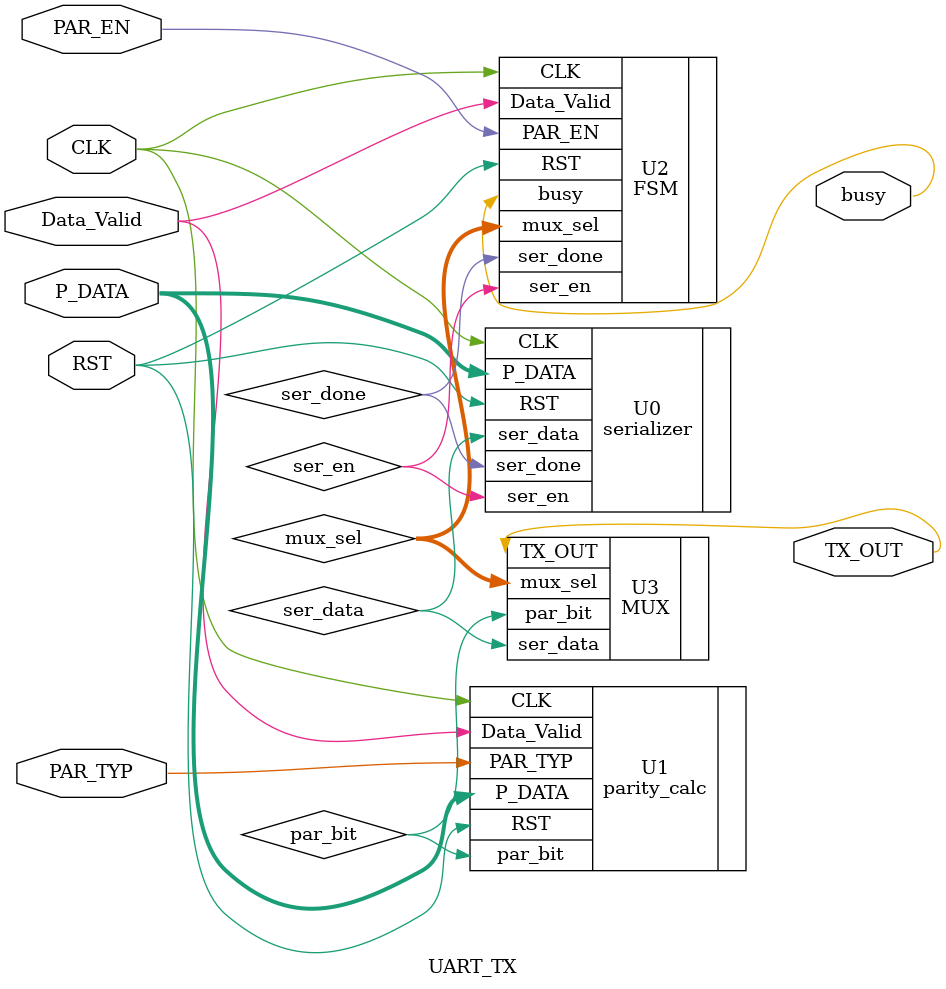
<source format=v>
module UART_TX (
  input [7:0] P_DATA,
  input       Data_Valid, PAR_EN, PAR_TYP,
  input       CLK, RST,
  output      TX_OUT, busy
  );
  
  wire        ser_en, ser_data, ser_done,
              par_bit;
  wire [2:0]  mux_sel;
        
  
  serializer U0 (
    .P_DATA(P_DATA),
    .ser_en(ser_en),
    .CLK(CLK), 
    .RST(RST),
    .ser_data(ser_data),
    .ser_done(ser_done)
    );
  
  parity_calc U1 (
  .P_DATA(P_DATA),
  .Data_Valid(Data_Valid),
  .PAR_TYP(PAR_TYP),
  .CLK(CLK),
  .RST(RST),
  .par_bit(par_bit)
  );
  
  FSM U2 (
  .Data_Valid(Data_Valid),
  .PAR_EN(PAR_EN),
  .ser_done(ser_done),
  .CLK(CLK),
  .RST(RST),
  .mux_sel(mux_sel),
  .ser_en(ser_en),
  .busy(busy)
  );
  
  MUX U3 (
  .mux_sel(mux_sel),
  .ser_data(ser_data),
  .par_bit(par_bit),
  .TX_OUT(TX_OUT)
  );
  
endmodule
  

</source>
